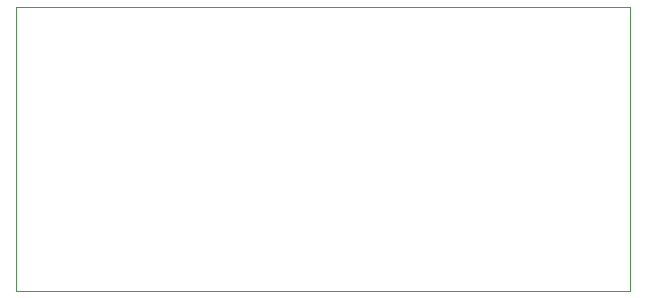
<source format=gko>
%TF.GenerationSoftware,KiCad,Pcbnew,8.0.6*%
%TF.CreationDate,2025-02-01T08:29:43+02:00*%
%TF.ProjectId,stm32,73746d33-322e-46b6-9963-61645f706362,rev?*%
%TF.SameCoordinates,Original*%
%TF.FileFunction,Soldermask,Bot*%
%TF.FilePolarity,Negative*%
%FSLAX46Y46*%
G04 Gerber Fmt 4.6, Leading zero omitted, Abs format (unit mm)*
G04 Created by KiCad (PCBNEW 8.0.6) date 2025-02-01 08:29:43*
%MOMM*%
%LPD*%
G01*
G04 APERTURE LIST*
%TA.AperFunction,Profile*%
%ADD10C,0.050000*%
%TD*%
G04 APERTURE END LIST*
D10*
X107500000Y-60250000D02*
X159500000Y-60250000D01*
X159500000Y-84250000D01*
X107500000Y-84250000D01*
X107500000Y-60250000D01*
M02*

</source>
